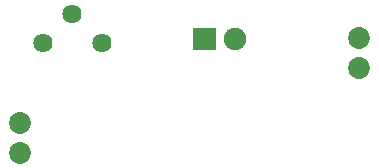
<source format=gbs>
G04 Layer: BottomSolderMaskLayer*
G04 EasyEDA v6.4.31, 2022-01-30 11:59:04*
G04 67aa8dcb152247358fa929708868e3bd,10*
G04 Gerber Generator version 0.2*
G04 Scale: 100 percent, Rotated: No, Reflected: No *
G04 Dimensions in millimeters *
G04 leading zeros omitted , absolute positions ,4 integer and 5 decimal *
%FSLAX45Y45*%
%MOMM*%

%ADD21C,1.9032*%
%ADD23C,1.8542*%
%ADD25C,1.6256*%

%LPD*%
D21*
G01*
X2617203Y4229100D03*
G36*
X2265934Y4133850D02*
G01*
X2265934Y4324350D01*
X2456434Y4324350D01*
X2456434Y4133850D01*
G37*
D23*
G01*
X3670300Y4241800D03*
G01*
X3670300Y3987800D03*
G01*
X800100Y3517900D03*
G01*
X800100Y3263900D03*
D25*
G01*
X1244612Y4442993D03*
G01*
X1494599Y4193006D03*
G01*
X994600Y4193006D03*
M02*

</source>
